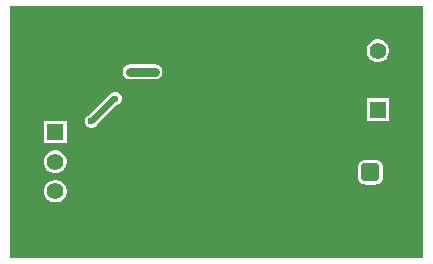
<source format=gbl>
G04*
G04 #@! TF.GenerationSoftware,Altium Limited,Altium Designer,24.3.1 (35)*
G04*
G04 Layer_Physical_Order=2*
G04 Layer_Color=16711680*
%FSLAX44Y44*%
%MOMM*%
G71*
G04*
G04 #@! TF.SameCoordinates,A55C384A-10D3-4AF3-AD7F-F2B73029A162*
G04*
G04*
G04 #@! TF.FilePolarity,Positive*
G04*
G01*
G75*
%ADD26R,1.4000X1.4000*%
%ADD27C,1.4000*%
%ADD33C,0.7620*%
%ADD34C,0.5080*%
G04:AMPARAMS|DCode=36|XSize=1.6mm|YSize=1.6mm|CornerRadius=0.4mm|HoleSize=0mm|Usage=FLASHONLY|Rotation=270.000|XOffset=0mm|YOffset=0mm|HoleType=Round|Shape=RoundedRectangle|*
%AMROUNDEDRECTD36*
21,1,1.6000,0.8000,0,0,270.0*
21,1,0.8000,1.6000,0,0,270.0*
1,1,0.8000,-0.4000,-0.4000*
1,1,0.8000,-0.4000,0.4000*
1,1,0.8000,0.4000,0.4000*
1,1,0.8000,0.4000,-0.4000*
%
%ADD36ROUNDEDRECTD36*%
%ADD37C,1.6000*%
%ADD38C,3.0480*%
%ADD39C,1.2700*%
%ADD40C,0.6000*%
G36*
X636270Y252730D02*
X287020D01*
Y466090D01*
X636270D01*
Y252730D01*
D02*
G37*
%LPC*%
G36*
X599426Y437530D02*
X596914D01*
X594488Y436880D01*
X592312Y435624D01*
X590536Y433848D01*
X589280Y431672D01*
X588630Y429246D01*
Y426734D01*
X589280Y424308D01*
X590536Y422132D01*
X592312Y420356D01*
X594488Y419100D01*
X596914Y418450D01*
X599426D01*
X601852Y419100D01*
X604028Y420356D01*
X605804Y422132D01*
X607060Y424308D01*
X607710Y426734D01*
Y429246D01*
X607060Y431672D01*
X605804Y433848D01*
X604028Y435624D01*
X601852Y436880D01*
X599426Y437530D01*
D02*
G37*
G36*
X409356Y416684D02*
X388620D01*
X386142Y416192D01*
X384042Y414788D01*
X382638Y412688D01*
X382146Y410210D01*
X382638Y407732D01*
X384042Y405632D01*
X386142Y404228D01*
X388620Y403736D01*
X409356D01*
X411834Y404228D01*
X413934Y405632D01*
X415338Y407732D01*
X415831Y410210D01*
X415338Y412688D01*
X413934Y414788D01*
X411834Y416192D01*
X409356Y416684D01*
D02*
G37*
G36*
X607710Y387530D02*
X588630D01*
Y368450D01*
X607710D01*
Y387530D01*
D02*
G37*
G36*
X377022Y392890D02*
X374818D01*
X372782Y392047D01*
X372745Y392010D01*
X372492Y391959D01*
X370812Y390836D01*
X353332Y373357D01*
X352462Y372997D01*
X350903Y371438D01*
X350060Y369402D01*
Y367198D01*
X350903Y365162D01*
X352462Y363603D01*
X354498Y362760D01*
X356702D01*
X358738Y363603D01*
X360297Y365162D01*
X360657Y366032D01*
X376435Y381810D01*
X377022D01*
X379058Y382653D01*
X380617Y384212D01*
X381460Y386248D01*
Y388452D01*
X380617Y390488D01*
X379058Y392047D01*
X377022Y392890D01*
D02*
G37*
G36*
X334660Y368550D02*
X315580D01*
Y349470D01*
X334660D01*
Y368550D01*
D02*
G37*
G36*
X326376Y343550D02*
X323864D01*
X321438Y342900D01*
X319262Y341644D01*
X317486Y339868D01*
X316230Y337692D01*
X315580Y335266D01*
Y332754D01*
X316230Y330328D01*
X317486Y328152D01*
X319262Y326376D01*
X321438Y325120D01*
X323864Y324470D01*
X326376D01*
X328802Y325120D01*
X330978Y326376D01*
X332754Y328152D01*
X334010Y330328D01*
X334660Y332754D01*
Y335266D01*
X334010Y337692D01*
X332754Y339868D01*
X330978Y341644D01*
X328802Y342900D01*
X326376Y343550D01*
D02*
G37*
G36*
X595820Y335716D02*
X587820D01*
X586113Y335492D01*
X584522Y334833D01*
X583156Y333784D01*
X582107Y332418D01*
X581448Y330827D01*
X581224Y329120D01*
Y321120D01*
X581448Y319413D01*
X582107Y317822D01*
X583156Y316456D01*
X584522Y315407D01*
X586113Y314748D01*
X587820Y314524D01*
X595820D01*
X597527Y314748D01*
X599118Y315407D01*
X600484Y316456D01*
X601533Y317822D01*
X602192Y319413D01*
X602416Y321120D01*
Y329120D01*
X602192Y330827D01*
X601533Y332418D01*
X600484Y333784D01*
X599118Y334833D01*
X597527Y335492D01*
X595820Y335716D01*
D02*
G37*
G36*
X326376Y318550D02*
X323864D01*
X321438Y317900D01*
X319262Y316644D01*
X317486Y314868D01*
X316230Y312692D01*
X315580Y310266D01*
Y307754D01*
X316230Y305328D01*
X317486Y303152D01*
X319262Y301376D01*
X321438Y300120D01*
X323864Y299470D01*
X326376D01*
X328802Y300120D01*
X330978Y301376D01*
X332754Y303152D01*
X334010Y305328D01*
X334660Y307754D01*
Y310266D01*
X334010Y312692D01*
X332754Y314868D01*
X330978Y316644D01*
X328802Y317900D01*
X326376Y318550D01*
D02*
G37*
%LPD*%
D26*
X325120Y359010D02*
D03*
X598170Y377990D02*
D03*
D27*
X325120Y334010D02*
D03*
Y309010D02*
D03*
X598170Y427990D02*
D03*
Y402990D02*
D03*
D33*
X388620Y410210D02*
X409356D01*
D34*
X355776Y368476D02*
X374474Y387174D01*
X375744D01*
X375920Y387350D01*
D36*
X591820Y325120D02*
D03*
D37*
Y299720D02*
D03*
D38*
X307340Y449580D02*
D03*
X556260Y450850D02*
D03*
X615950Y270510D02*
D03*
X364490D02*
D03*
D39*
X401320Y294640D02*
D03*
Y346710D02*
D03*
X546100Y351790D02*
D03*
X516890Y415290D02*
D03*
X457200Y441960D02*
D03*
X509270Y300990D02*
D03*
D40*
X409356Y410210D02*
D03*
X388620D02*
D03*
X374180Y412477D02*
D03*
X375920Y387350D02*
D03*
X355600Y368300D02*
D03*
M02*

</source>
